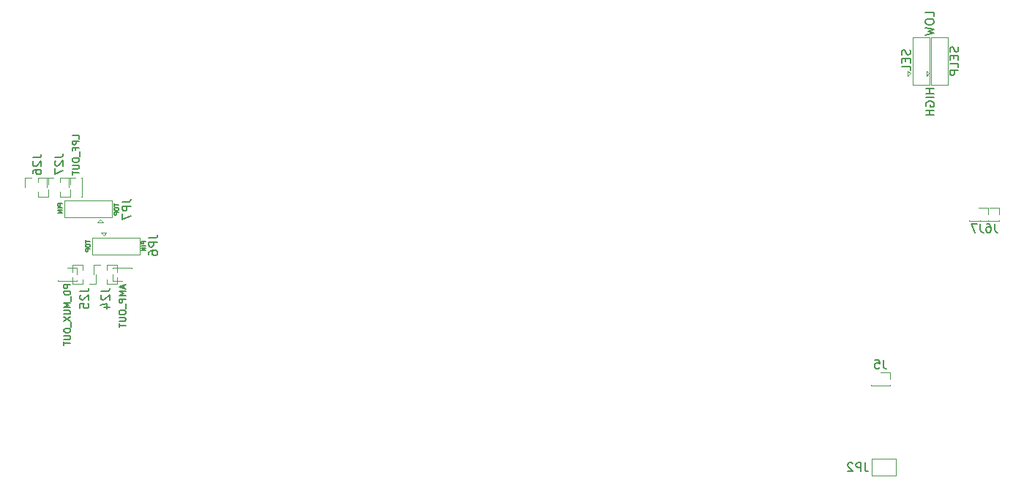
<source format=gbo>
G04 #@! TF.GenerationSoftware,KiCad,Pcbnew,(6.0.5-0)*
G04 #@! TF.CreationDate,2022-08-15T05:54:33+09:00*
G04 #@! TF.ProjectId,qLAMP-main,714c414d-502d-46d6-9169-6e2e6b696361,rev?*
G04 #@! TF.SameCoordinates,Original*
G04 #@! TF.FileFunction,Legend,Bot*
G04 #@! TF.FilePolarity,Positive*
%FSLAX46Y46*%
G04 Gerber Fmt 4.6, Leading zero omitted, Abs format (unit mm)*
G04 Created by KiCad (PCBNEW (6.0.5-0)) date 2022-08-15 05:54:33*
%MOMM*%
%LPD*%
G01*
G04 APERTURE LIST*
%ADD10C,0.127000*%
%ADD11C,0.150000*%
%ADD12C,0.149860*%
%ADD13C,0.120000*%
G04 APERTURE END LIST*
D10*
X90361809Y-103094761D02*
X90361809Y-103385047D01*
X90869809Y-103239904D02*
X90361809Y-103239904D01*
X90361809Y-103651142D02*
X90361809Y-103747904D01*
X90386000Y-103796285D01*
X90434380Y-103844666D01*
X90531142Y-103868857D01*
X90700476Y-103868857D01*
X90797238Y-103844666D01*
X90845619Y-103796285D01*
X90869809Y-103747904D01*
X90869809Y-103651142D01*
X90845619Y-103602761D01*
X90797238Y-103554380D01*
X90700476Y-103530190D01*
X90531142Y-103530190D01*
X90434380Y-103554380D01*
X90386000Y-103602761D01*
X90361809Y-103651142D01*
X90869809Y-104086571D02*
X90361809Y-104086571D01*
X90361809Y-104280095D01*
X90386000Y-104328476D01*
X90410190Y-104352666D01*
X90458571Y-104376857D01*
X90531142Y-104376857D01*
X90579523Y-104352666D01*
X90603714Y-104328476D01*
X90627904Y-104280095D01*
X90627904Y-104086571D01*
X97299809Y-103199904D02*
X96791809Y-103199904D01*
X96791809Y-103393428D01*
X96816000Y-103441809D01*
X96840190Y-103466000D01*
X96888571Y-103490190D01*
X96961142Y-103490190D01*
X97009523Y-103466000D01*
X97033714Y-103441809D01*
X97057904Y-103393428D01*
X97057904Y-103199904D01*
X97299809Y-103707904D02*
X96791809Y-103707904D01*
X97299809Y-103949809D02*
X96791809Y-103949809D01*
X97299809Y-104240095D01*
X96791809Y-104240095D01*
D11*
X185694761Y-81057142D02*
X185742380Y-81200000D01*
X185742380Y-81438095D01*
X185694761Y-81533333D01*
X185647142Y-81580952D01*
X185551904Y-81628571D01*
X185456666Y-81628571D01*
X185361428Y-81580952D01*
X185313809Y-81533333D01*
X185266190Y-81438095D01*
X185218571Y-81247619D01*
X185170952Y-81152380D01*
X185123333Y-81104761D01*
X185028095Y-81057142D01*
X184932857Y-81057142D01*
X184837619Y-81104761D01*
X184790000Y-81152380D01*
X184742380Y-81247619D01*
X184742380Y-81485714D01*
X184790000Y-81628571D01*
X185218571Y-82057142D02*
X185218571Y-82390476D01*
X185742380Y-82533333D02*
X185742380Y-82057142D01*
X184742380Y-82057142D01*
X184742380Y-82533333D01*
X185742380Y-83438095D02*
X185742380Y-82961904D01*
X184742380Y-82961904D01*
X188512380Y-85522380D02*
X187512380Y-85522380D01*
X187988571Y-85522380D02*
X187988571Y-86093809D01*
X188512380Y-86093809D02*
X187512380Y-86093809D01*
X188512380Y-86570000D02*
X187512380Y-86570000D01*
X187560000Y-87570000D02*
X187512380Y-87474761D01*
X187512380Y-87331904D01*
X187560000Y-87189047D01*
X187655238Y-87093809D01*
X187750476Y-87046190D01*
X187940952Y-86998571D01*
X188083809Y-86998571D01*
X188274285Y-87046190D01*
X188369523Y-87093809D01*
X188464761Y-87189047D01*
X188512380Y-87331904D01*
X188512380Y-87427142D01*
X188464761Y-87570000D01*
X188417142Y-87617619D01*
X188083809Y-87617619D01*
X188083809Y-87427142D01*
X188512380Y-88046190D02*
X187512380Y-88046190D01*
X187988571Y-88046190D02*
X187988571Y-88617619D01*
X188512380Y-88617619D02*
X187512380Y-88617619D01*
D10*
X87639809Y-98859904D02*
X87131809Y-98859904D01*
X87131809Y-99053428D01*
X87156000Y-99101809D01*
X87180190Y-99126000D01*
X87228571Y-99150190D01*
X87301142Y-99150190D01*
X87349523Y-99126000D01*
X87373714Y-99101809D01*
X87397904Y-99053428D01*
X87397904Y-98859904D01*
X87639809Y-99367904D02*
X87131809Y-99367904D01*
X87639809Y-99609809D02*
X87131809Y-99609809D01*
X87639809Y-99900095D01*
X87131809Y-99900095D01*
D11*
X191264761Y-80717142D02*
X191312380Y-80860000D01*
X191312380Y-81098095D01*
X191264761Y-81193333D01*
X191217142Y-81240952D01*
X191121904Y-81288571D01*
X191026666Y-81288571D01*
X190931428Y-81240952D01*
X190883809Y-81193333D01*
X190836190Y-81098095D01*
X190788571Y-80907619D01*
X190740952Y-80812380D01*
X190693333Y-80764761D01*
X190598095Y-80717142D01*
X190502857Y-80717142D01*
X190407619Y-80764761D01*
X190360000Y-80812380D01*
X190312380Y-80907619D01*
X190312380Y-81145714D01*
X190360000Y-81288571D01*
X190788571Y-81717142D02*
X190788571Y-82050476D01*
X191312380Y-82193333D02*
X191312380Y-81717142D01*
X190312380Y-81717142D01*
X190312380Y-82193333D01*
X191312380Y-83098095D02*
X191312380Y-82621904D01*
X190312380Y-82621904D01*
X191312380Y-83431428D02*
X190312380Y-83431428D01*
X190312380Y-83812380D01*
X190360000Y-83907619D01*
X190407619Y-83955238D01*
X190502857Y-84002857D01*
X190645714Y-84002857D01*
X190740952Y-83955238D01*
X190788571Y-83907619D01*
X190836190Y-83812380D01*
X190836190Y-83431428D01*
D10*
X94757000Y-108313285D02*
X94757000Y-108676142D01*
X94974714Y-108240714D02*
X94212714Y-108494714D01*
X94974714Y-108748714D01*
X94974714Y-109002714D02*
X94212714Y-109002714D01*
X94757000Y-109256714D01*
X94212714Y-109510714D01*
X94974714Y-109510714D01*
X94974714Y-109873571D02*
X94212714Y-109873571D01*
X94212714Y-110163857D01*
X94249000Y-110236428D01*
X94285285Y-110272714D01*
X94357857Y-110309000D01*
X94466714Y-110309000D01*
X94539285Y-110272714D01*
X94575571Y-110236428D01*
X94611857Y-110163857D01*
X94611857Y-109873571D01*
X95047285Y-110454142D02*
X95047285Y-111034714D01*
X94212714Y-111361285D02*
X94212714Y-111506428D01*
X94249000Y-111579000D01*
X94321571Y-111651571D01*
X94466714Y-111687857D01*
X94720714Y-111687857D01*
X94865857Y-111651571D01*
X94938428Y-111579000D01*
X94974714Y-111506428D01*
X94974714Y-111361285D01*
X94938428Y-111288714D01*
X94865857Y-111216142D01*
X94720714Y-111179857D01*
X94466714Y-111179857D01*
X94321571Y-111216142D01*
X94249000Y-111288714D01*
X94212714Y-111361285D01*
X94212714Y-112014428D02*
X94829571Y-112014428D01*
X94902142Y-112050714D01*
X94938428Y-112087000D01*
X94974714Y-112159571D01*
X94974714Y-112304714D01*
X94938428Y-112377285D01*
X94902142Y-112413571D01*
X94829571Y-112449857D01*
X94212714Y-112449857D01*
X94212714Y-112703857D02*
X94212714Y-113139285D01*
X94974714Y-112921571D02*
X94212714Y-112921571D01*
X93651796Y-98854755D02*
X93651796Y-99145041D01*
X94159796Y-98999898D02*
X93651796Y-98999898D01*
X93651796Y-99411136D02*
X93651796Y-99507898D01*
X93675987Y-99556279D01*
X93724367Y-99604660D01*
X93821129Y-99628851D01*
X93990463Y-99628851D01*
X94087225Y-99604660D01*
X94135606Y-99556279D01*
X94159796Y-99507898D01*
X94159796Y-99411136D01*
X94135606Y-99362755D01*
X94087225Y-99314374D01*
X93990463Y-99290184D01*
X93821129Y-99290184D01*
X93724367Y-99314374D01*
X93675987Y-99362755D01*
X93651796Y-99411136D01*
X94159796Y-99846565D02*
X93651796Y-99846565D01*
X93651796Y-100040089D01*
X93675987Y-100088470D01*
X93700177Y-100112660D01*
X93748558Y-100136851D01*
X93821129Y-100136851D01*
X93869510Y-100112660D01*
X93893701Y-100088470D01*
X93917891Y-100040089D01*
X93917891Y-99846565D01*
D11*
X188482380Y-77174285D02*
X188482380Y-76698095D01*
X187482380Y-76698095D01*
X187482380Y-77698095D02*
X187482380Y-77888571D01*
X187530000Y-77983809D01*
X187625238Y-78079047D01*
X187815714Y-78126666D01*
X188149047Y-78126666D01*
X188339523Y-78079047D01*
X188434761Y-77983809D01*
X188482380Y-77888571D01*
X188482380Y-77698095D01*
X188434761Y-77602857D01*
X188339523Y-77507619D01*
X188149047Y-77460000D01*
X187815714Y-77460000D01*
X187625238Y-77507619D01*
X187530000Y-77602857D01*
X187482380Y-77698095D01*
X187482380Y-78460000D02*
X188482380Y-78698095D01*
X187768095Y-78888571D01*
X188482380Y-79079047D01*
X187482380Y-79317142D01*
D10*
X88594714Y-108232857D02*
X87832714Y-108232857D01*
X87832714Y-108523142D01*
X87869000Y-108595714D01*
X87905285Y-108632000D01*
X87977857Y-108668285D01*
X88086714Y-108668285D01*
X88159285Y-108632000D01*
X88195571Y-108595714D01*
X88231857Y-108523142D01*
X88231857Y-108232857D01*
X88594714Y-108994857D02*
X87832714Y-108994857D01*
X87832714Y-109176285D01*
X87869000Y-109285142D01*
X87941571Y-109357714D01*
X88014142Y-109394000D01*
X88159285Y-109430285D01*
X88268142Y-109430285D01*
X88413285Y-109394000D01*
X88485857Y-109357714D01*
X88558428Y-109285142D01*
X88594714Y-109176285D01*
X88594714Y-108994857D01*
X88667285Y-109575428D02*
X88667285Y-110156000D01*
X88594714Y-110337428D02*
X87832714Y-110337428D01*
X88377000Y-110591428D01*
X87832714Y-110845428D01*
X88594714Y-110845428D01*
X87832714Y-111208285D02*
X88449571Y-111208285D01*
X88522142Y-111244571D01*
X88558428Y-111280857D01*
X88594714Y-111353428D01*
X88594714Y-111498571D01*
X88558428Y-111571142D01*
X88522142Y-111607428D01*
X88449571Y-111643714D01*
X87832714Y-111643714D01*
X87832714Y-111934000D02*
X88594714Y-112442000D01*
X87832714Y-112442000D02*
X88594714Y-111934000D01*
X88667285Y-112550857D02*
X88667285Y-113131428D01*
X87832714Y-113458000D02*
X87832714Y-113603142D01*
X87869000Y-113675714D01*
X87941571Y-113748285D01*
X88086714Y-113784571D01*
X88340714Y-113784571D01*
X88485857Y-113748285D01*
X88558428Y-113675714D01*
X88594714Y-113603142D01*
X88594714Y-113458000D01*
X88558428Y-113385428D01*
X88485857Y-113312857D01*
X88340714Y-113276571D01*
X88086714Y-113276571D01*
X87941571Y-113312857D01*
X87869000Y-113385428D01*
X87832714Y-113458000D01*
X87832714Y-114111142D02*
X88449571Y-114111142D01*
X88522142Y-114147428D01*
X88558428Y-114183714D01*
X88594714Y-114256285D01*
X88594714Y-114401428D01*
X88558428Y-114474000D01*
X88522142Y-114510285D01*
X88449571Y-114546571D01*
X87832714Y-114546571D01*
X87832714Y-114800571D02*
X87832714Y-115236000D01*
X88594714Y-115018285D02*
X87832714Y-115018285D01*
D12*
X84222380Y-93520476D02*
X84936666Y-93520476D01*
X85079523Y-93472857D01*
X85174761Y-93377619D01*
X85222380Y-93234761D01*
X85222380Y-93139523D01*
X84317619Y-93949047D02*
X84270000Y-93996666D01*
X84222380Y-94091904D01*
X84222380Y-94330000D01*
X84270000Y-94425238D01*
X84317619Y-94472857D01*
X84412857Y-94520476D01*
X84508095Y-94520476D01*
X84650952Y-94472857D01*
X85222380Y-93901428D01*
X85222380Y-94520476D01*
X84222380Y-95377619D02*
X84222380Y-95187142D01*
X84270000Y-95091904D01*
X84317619Y-95044285D01*
X84460476Y-94949047D01*
X84650952Y-94901428D01*
X85031904Y-94901428D01*
X85127142Y-94949047D01*
X85174761Y-94996666D01*
X85222380Y-95091904D01*
X85222380Y-95282380D01*
X85174761Y-95377619D01*
X85127142Y-95425238D01*
X85031904Y-95472857D01*
X84793809Y-95472857D01*
X84698571Y-95425238D01*
X84650952Y-95377619D01*
X84603333Y-95282380D01*
X84603333Y-95091904D01*
X84650952Y-94996666D01*
X84698571Y-94949047D01*
X84793809Y-94901428D01*
D10*
X89584714Y-91329428D02*
X89584714Y-90966571D01*
X88822714Y-90966571D01*
X89584714Y-91583428D02*
X88822714Y-91583428D01*
X88822714Y-91873714D01*
X88859000Y-91946285D01*
X88895285Y-91982571D01*
X88967857Y-92018857D01*
X89076714Y-92018857D01*
X89149285Y-91982571D01*
X89185571Y-91946285D01*
X89221857Y-91873714D01*
X89221857Y-91583428D01*
X89185571Y-92599428D02*
X89185571Y-92345428D01*
X89584714Y-92345428D02*
X88822714Y-92345428D01*
X88822714Y-92708285D01*
X89657285Y-92817142D02*
X89657285Y-93397714D01*
X88822714Y-93724285D02*
X88822714Y-93869428D01*
X88859000Y-93942000D01*
X88931571Y-94014571D01*
X89076714Y-94050857D01*
X89330714Y-94050857D01*
X89475857Y-94014571D01*
X89548428Y-93942000D01*
X89584714Y-93869428D01*
X89584714Y-93724285D01*
X89548428Y-93651714D01*
X89475857Y-93579142D01*
X89330714Y-93542857D01*
X89076714Y-93542857D01*
X88931571Y-93579142D01*
X88859000Y-93651714D01*
X88822714Y-93724285D01*
X88822714Y-94377428D02*
X89439571Y-94377428D01*
X89512142Y-94413714D01*
X89548428Y-94450000D01*
X89584714Y-94522571D01*
X89584714Y-94667714D01*
X89548428Y-94740285D01*
X89512142Y-94776571D01*
X89439571Y-94812857D01*
X88822714Y-94812857D01*
X88822714Y-95066857D02*
X88822714Y-95502285D01*
X89584714Y-95284571D02*
X88822714Y-95284571D01*
D11*
X94592380Y-98656666D02*
X95306666Y-98656666D01*
X95449523Y-98609047D01*
X95544761Y-98513809D01*
X95592380Y-98370952D01*
X95592380Y-98275714D01*
X95592380Y-99132857D02*
X94592380Y-99132857D01*
X94592380Y-99513809D01*
X94640000Y-99609047D01*
X94687619Y-99656666D01*
X94782857Y-99704285D01*
X94925714Y-99704285D01*
X95020952Y-99656666D01*
X95068571Y-99609047D01*
X95116190Y-99513809D01*
X95116190Y-99132857D01*
X94592380Y-100037619D02*
X94592380Y-100704285D01*
X95592380Y-100275714D01*
X193853333Y-101192380D02*
X193853333Y-101906666D01*
X193900952Y-102049523D01*
X193996190Y-102144761D01*
X194139047Y-102192380D01*
X194234285Y-102192380D01*
X193472380Y-101192380D02*
X192805714Y-101192380D01*
X193234285Y-102192380D01*
X97662380Y-102816666D02*
X98376666Y-102816666D01*
X98519523Y-102769047D01*
X98614761Y-102673809D01*
X98662380Y-102530952D01*
X98662380Y-102435714D01*
X98662380Y-103292857D02*
X97662380Y-103292857D01*
X97662380Y-103673809D01*
X97710000Y-103769047D01*
X97757619Y-103816666D01*
X97852857Y-103864285D01*
X97995714Y-103864285D01*
X98090952Y-103816666D01*
X98138571Y-103769047D01*
X98186190Y-103673809D01*
X98186190Y-103292857D01*
X97662380Y-104721428D02*
X97662380Y-104530952D01*
X97710000Y-104435714D01*
X97757619Y-104388095D01*
X97900476Y-104292857D01*
X98090952Y-104245238D01*
X98471904Y-104245238D01*
X98567142Y-104292857D01*
X98614761Y-104340476D01*
X98662380Y-104435714D01*
X98662380Y-104626190D01*
X98614761Y-104721428D01*
X98567142Y-104769047D01*
X98471904Y-104816666D01*
X98233809Y-104816666D01*
X98138571Y-104769047D01*
X98090952Y-104721428D01*
X98043333Y-104626190D01*
X98043333Y-104435714D01*
X98090952Y-104340476D01*
X98138571Y-104292857D01*
X98233809Y-104245238D01*
X180503333Y-128832380D02*
X180503333Y-129546666D01*
X180550952Y-129689523D01*
X180646190Y-129784761D01*
X180789047Y-129832380D01*
X180884285Y-129832380D01*
X180027142Y-129832380D02*
X180027142Y-128832380D01*
X179646190Y-128832380D01*
X179550952Y-128880000D01*
X179503333Y-128927619D01*
X179455714Y-129022857D01*
X179455714Y-129165714D01*
X179503333Y-129260952D01*
X179550952Y-129308571D01*
X179646190Y-129356190D01*
X180027142Y-129356190D01*
X179074761Y-128927619D02*
X179027142Y-128880000D01*
X178931904Y-128832380D01*
X178693809Y-128832380D01*
X178598571Y-128880000D01*
X178550952Y-128927619D01*
X178503333Y-129022857D01*
X178503333Y-129118095D01*
X178550952Y-129260952D01*
X179122380Y-129832380D01*
X178503333Y-129832380D01*
X182613334Y-116917391D02*
X182613334Y-117631677D01*
X182660953Y-117774534D01*
X182756191Y-117869772D01*
X182899048Y-117917391D01*
X182994286Y-117917391D01*
X181660953Y-116917391D02*
X182137143Y-116917391D01*
X182184762Y-117393582D01*
X182137143Y-117345963D01*
X182041905Y-117298344D01*
X181803810Y-117298344D01*
X181708572Y-117345963D01*
X181660953Y-117393582D01*
X181613334Y-117488820D01*
X181613334Y-117726915D01*
X181660953Y-117822153D01*
X181708572Y-117869772D01*
X181803810Y-117917391D01*
X182041905Y-117917391D01*
X182137143Y-117869772D01*
X182184762Y-117822153D01*
X89706382Y-109000482D02*
X90420668Y-109000482D01*
X90563525Y-108952863D01*
X90658763Y-108857625D01*
X90706382Y-108714767D01*
X90706382Y-108619529D01*
X89801621Y-109429053D02*
X89754002Y-109476672D01*
X89706382Y-109571910D01*
X89706382Y-109810006D01*
X89754002Y-109905244D01*
X89801621Y-109952863D01*
X89896859Y-110000482D01*
X89992097Y-110000482D01*
X90134954Y-109952863D01*
X90706382Y-109381434D01*
X90706382Y-110000482D01*
X89706382Y-110905244D02*
X89706382Y-110429053D01*
X90182573Y-110381434D01*
X90134954Y-110429053D01*
X90087335Y-110524291D01*
X90087335Y-110762386D01*
X90134954Y-110857625D01*
X90182573Y-110905244D01*
X90277811Y-110952863D01*
X90515906Y-110952863D01*
X90611144Y-110905244D01*
X90658763Y-110857625D01*
X90706382Y-110762386D01*
X90706382Y-110524291D01*
X90658763Y-110429053D01*
X90611144Y-110381434D01*
X92116382Y-109000482D02*
X92830668Y-109000482D01*
X92973525Y-108952863D01*
X93068763Y-108857625D01*
X93116382Y-108714767D01*
X93116382Y-108619529D01*
X92211621Y-109429053D02*
X92164002Y-109476672D01*
X92116382Y-109571910D01*
X92116382Y-109810006D01*
X92164002Y-109905244D01*
X92211621Y-109952863D01*
X92306859Y-110000482D01*
X92402097Y-110000482D01*
X92544954Y-109952863D01*
X93116382Y-109381434D01*
X93116382Y-110000482D01*
X92449716Y-110857625D02*
X93116382Y-110857625D01*
X92068763Y-110619529D02*
X92783049Y-110381434D01*
X92783049Y-111000482D01*
X195503333Y-101172380D02*
X195503333Y-101886666D01*
X195550952Y-102029523D01*
X195646190Y-102124761D01*
X195789047Y-102172380D01*
X195884285Y-102172380D01*
X194598571Y-101172380D02*
X194789047Y-101172380D01*
X194884285Y-101220000D01*
X194931904Y-101267619D01*
X195027142Y-101410476D01*
X195074761Y-101600952D01*
X195074761Y-101981904D01*
X195027142Y-102077142D01*
X194979523Y-102124761D01*
X194884285Y-102172380D01*
X194693809Y-102172380D01*
X194598571Y-102124761D01*
X194550952Y-102077142D01*
X194503333Y-101981904D01*
X194503333Y-101743809D01*
X194550952Y-101648571D01*
X194598571Y-101600952D01*
X194693809Y-101553333D01*
X194884285Y-101553333D01*
X194979523Y-101600952D01*
X195027142Y-101648571D01*
X195074761Y-101743809D01*
X86762380Y-93460482D02*
X87476666Y-93460482D01*
X87619523Y-93412863D01*
X87714761Y-93317625D01*
X87762380Y-93174767D01*
X87762380Y-93079529D01*
X86857619Y-93889053D02*
X86810000Y-93936672D01*
X86762380Y-94031910D01*
X86762380Y-94270006D01*
X86810000Y-94365244D01*
X86857619Y-94412863D01*
X86952857Y-94460482D01*
X87048095Y-94460482D01*
X87190952Y-94412863D01*
X87762380Y-93841434D01*
X87762380Y-94460482D01*
X86762380Y-94793815D02*
X86762380Y-95460482D01*
X87762380Y-95031910D01*
D13*
X89350000Y-107810000D02*
X89350000Y-107745000D01*
X87130000Y-107810000D02*
X87130000Y-107745000D01*
X89350000Y-107810000D02*
X87130000Y-107810000D01*
X89350000Y-107050000D02*
X89350000Y-106290000D01*
X89350000Y-106290000D02*
X88240000Y-106290000D01*
X89350000Y-107810000D02*
X88803471Y-107810000D01*
X87676529Y-107810000D02*
X87130000Y-107810000D01*
X95153471Y-106290000D02*
X95700000Y-106290000D01*
X93480000Y-106290000D02*
X93480000Y-106355000D01*
X93480000Y-107810000D02*
X94590000Y-107810000D01*
X93480000Y-106290000D02*
X94026529Y-106290000D01*
X93480000Y-106290000D02*
X95700000Y-106290000D01*
X95700000Y-106290000D02*
X95700000Y-106355000D01*
X93480000Y-107050000D02*
X93480000Y-107810000D01*
X91744980Y-101019994D02*
X92044980Y-100719994D01*
X92044980Y-100719994D02*
X92344980Y-101019994D01*
X93394980Y-100469994D02*
X93394980Y-98519994D01*
X92344980Y-101019994D02*
X91744980Y-101019994D01*
X87894980Y-98519994D02*
X87894980Y-100469994D01*
X87894980Y-100469994D02*
X93394980Y-100469994D01*
X93394980Y-98519994D02*
X87894980Y-98519994D01*
X192530989Y-100830006D02*
X192530989Y-100765006D01*
X193077518Y-100830006D02*
X192530989Y-100830006D01*
X194750989Y-100830006D02*
X192530989Y-100830006D01*
X194750989Y-100070006D02*
X194750989Y-99310006D01*
X194750989Y-100830006D02*
X194750989Y-100765006D01*
X194750989Y-100830006D02*
X194204460Y-100830006D01*
X194750989Y-99310006D02*
X193640989Y-99310006D01*
X89926003Y-98040021D02*
X89861003Y-98040021D01*
X89926003Y-97493492D02*
X89926003Y-98040021D01*
X89926003Y-95820021D02*
X89926003Y-98040021D01*
X89926003Y-95820021D02*
X89861003Y-95820021D01*
X89166003Y-95820021D02*
X88406003Y-95820021D01*
X89926003Y-95820021D02*
X89926003Y-96366550D01*
X88406003Y-95820021D02*
X88406003Y-96930021D01*
X92449994Y-102519999D02*
X92149994Y-102219999D01*
X92749994Y-102219999D02*
X92449994Y-102519999D01*
X92149994Y-102219999D02*
X92749994Y-102219999D01*
X96599994Y-102769999D02*
X91099994Y-102769999D01*
X96599994Y-104719999D02*
X96599994Y-102769999D01*
X91099994Y-102769999D02*
X91099994Y-104719999D01*
X91099994Y-104719999D02*
X96599994Y-104719999D01*
X181290000Y-130350000D02*
X184090000Y-130350000D01*
X184090000Y-128350000D02*
X181290000Y-128350000D01*
X184090000Y-130350000D02*
X184090000Y-128350000D01*
X181290000Y-128350000D02*
X181290000Y-130350000D01*
X86050995Y-95820009D02*
X86050995Y-96622479D01*
X84845995Y-98040009D02*
X86050995Y-98040009D01*
X84845995Y-95820009D02*
X86050995Y-95820009D01*
X83325995Y-95820009D02*
X83325995Y-96930009D01*
X84085995Y-95820009D02*
X83325995Y-95820009D01*
X84845995Y-95820009D02*
X84845995Y-96366538D01*
X86050995Y-97237539D02*
X86050995Y-98040009D01*
X84845995Y-97493480D02*
X84845995Y-98040009D01*
X186007487Y-85140005D02*
X187957487Y-85140005D01*
X185457487Y-83490005D02*
X185757487Y-83790005D01*
X186007487Y-79640005D02*
X186007487Y-85140005D01*
X185757487Y-83790005D02*
X185457487Y-84090005D01*
X187957487Y-85140005D02*
X187957487Y-79640005D01*
X187957487Y-79640005D02*
X186007487Y-79640005D01*
X185457487Y-84090005D02*
X185457487Y-83490005D01*
X181170001Y-119920011D02*
X181170001Y-119855011D01*
X183390001Y-118400011D02*
X182280001Y-118400011D01*
X183390001Y-119920011D02*
X183390001Y-119855011D01*
X183390001Y-119160011D02*
X183390001Y-118400011D01*
X183390001Y-119920011D02*
X181170001Y-119920011D01*
X183390001Y-119920011D02*
X182843472Y-119920011D01*
X181716530Y-119920011D02*
X181170001Y-119920011D01*
X90020000Y-108160000D02*
X88815000Y-108160000D01*
X88815000Y-106742470D02*
X88815000Y-105940000D01*
X90780000Y-108160000D02*
X91540000Y-108160000D01*
X90020000Y-106486529D02*
X90020000Y-105940000D01*
X90020000Y-105940000D02*
X88815000Y-105940000D01*
X90020000Y-108160000D02*
X90020000Y-107613471D01*
X91540000Y-108160000D02*
X91540000Y-107050000D01*
X88815000Y-108160000D02*
X88815000Y-107357530D01*
X92810000Y-108160000D02*
X94015000Y-108160000D01*
X92050000Y-105940000D02*
X91290000Y-105940000D01*
X94015000Y-107357530D02*
X94015000Y-108160000D01*
X94015000Y-105940000D02*
X94015000Y-106742470D01*
X92810000Y-107613471D02*
X92810000Y-108160000D01*
X92810000Y-105940000D02*
X92810000Y-106486529D01*
X91290000Y-105940000D02*
X91290000Y-107050000D01*
X92810000Y-105940000D02*
X94015000Y-105940000D01*
X196020989Y-100070006D02*
X196020989Y-99310006D01*
X196020989Y-100830006D02*
X195474460Y-100830006D01*
X193800989Y-100830006D02*
X193800989Y-100765006D01*
X194347518Y-100830006D02*
X193800989Y-100830006D01*
X196020989Y-100830006D02*
X193800989Y-100830006D01*
X196020989Y-100830006D02*
X196020989Y-100765006D01*
X196020989Y-99310006D02*
X194910989Y-99310006D01*
X85865995Y-95820009D02*
X85865995Y-96930009D01*
X87385995Y-95820009D02*
X88590995Y-95820009D01*
X86625995Y-95820009D02*
X85865995Y-95820009D01*
X88590995Y-95820009D02*
X88590995Y-96622479D01*
X88590995Y-97237539D02*
X88590995Y-98040009D01*
X87385995Y-95820009D02*
X87385995Y-96366538D01*
X87385995Y-98040009D02*
X88590995Y-98040009D01*
X87385995Y-97493480D02*
X87385995Y-98040009D01*
X190100003Y-79640005D02*
X188150003Y-79640005D01*
X188150003Y-85140005D02*
X190100003Y-85140005D01*
X187600003Y-84090005D02*
X187600003Y-83490005D01*
X188150003Y-79640005D02*
X188150003Y-85140005D01*
X187600003Y-83490005D02*
X187900003Y-83790005D01*
X187900003Y-83790005D02*
X187600003Y-84090005D01*
X190100003Y-85140005D02*
X190100003Y-79640005D01*
M02*

</source>
